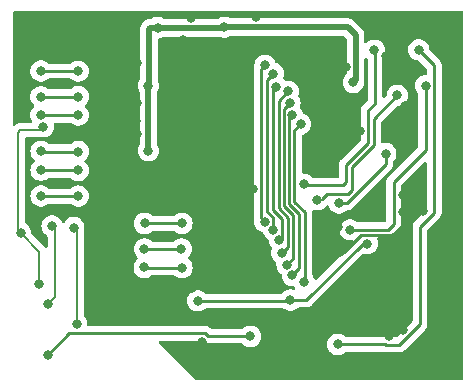
<source format=gbr>
%TF.GenerationSoftware,KiCad,Pcbnew,7.0.8*%
%TF.CreationDate,2024-06-23T14:42:54-04:00*%
%TF.ProjectId,rugby64,72756762-7936-4342-9e6b-696361645f70,rev?*%
%TF.SameCoordinates,Original*%
%TF.FileFunction,Copper,L2,Bot*%
%TF.FilePolarity,Positive*%
%FSLAX46Y46*%
G04 Gerber Fmt 4.6, Leading zero omitted, Abs format (unit mm)*
G04 Created by KiCad (PCBNEW 7.0.8) date 2024-06-23 14:42:54*
%MOMM*%
%LPD*%
G01*
G04 APERTURE LIST*
%TA.AperFunction,ViaPad*%
%ADD10C,0.800000*%
%TD*%
%TA.AperFunction,Conductor*%
%ADD11C,0.500000*%
%TD*%
%TA.AperFunction,Conductor*%
%ADD12C,0.250000*%
%TD*%
%TA.AperFunction,Conductor*%
%ADD13C,0.200000*%
%TD*%
G04 APERTURE END LIST*
D10*
%TO.N,+3V3*%
X26390600Y-24917400D03*
X44114050Y-43214095D03*
X42944910Y-29555045D03*
X32022299Y-24883696D03*
X37611901Y-47986099D03*
X25589999Y-29836696D03*
X25589999Y-35348496D03*
X29761699Y-48048496D03*
%TO.N,DRESET*%
X42680350Y-42039095D03*
X49065699Y-29836696D03*
%TO.N,RED*%
X16326450Y-46643095D03*
X16689749Y-33298251D03*
X14777050Y-42299695D03*
%TO.N,GREEN*%
X17444050Y-41715495D03*
X17063050Y-48344895D03*
%TO.N,BLUE*%
X19526850Y-49970495D03*
X19272850Y-41842495D03*
%TO.N,Net-(RN1-R4.2)*%
X28391450Y-43671295D03*
X25256999Y-43671295D03*
%TO.N,Net-(RN1-R2.2)*%
X28442250Y-45246095D03*
X25241850Y-45220695D03*
%TO.N,Net-(RN2-R2.2)*%
X25267999Y-41495797D03*
X28431999Y-41492282D03*
%TO.N,Net-(RN3-R4.2)*%
X16490599Y-30767472D03*
X19651199Y-30764096D03*
%TO.N,Net-(RN3-R2.2)*%
X19651199Y-32331581D03*
X16489099Y-32319096D03*
%TO.N,Net-(RN10-R1.2)*%
X19651199Y-28608778D03*
X16490599Y-28585696D03*
%TO.N,Net-(RN11-R3.2)*%
X16501599Y-39171083D03*
X19654599Y-39186044D03*
%TO.N,Net-(RN12-R1.2)*%
X19654599Y-37005696D03*
X16504999Y-36993646D03*
%TO.N,LATCHING_G*%
X38785800Y-38176200D03*
X44729400Y-26847800D03*
%TO.N,LATCHING_B*%
X46664099Y-30653501D03*
X39912499Y-39491994D03*
%TO.N,{slash}CLK*%
X41732200Y-39774285D03*
X45694600Y-35585400D03*
%TO.N,LATCHING_SYNC*%
X41630600Y-51739800D03*
X48488600Y-26797000D03*
%TO.N,SDAC_D0*%
X35468076Y-28102638D03*
X35462299Y-41349296D03*
%TO.N,SDAC_D1*%
X36177211Y-28807005D03*
X36171434Y-42053663D03*
%TO.N,SDAC_D2*%
X36677681Y-42915475D03*
X36439102Y-29956739D03*
%TO.N,SDAC_D3*%
X37420732Y-30317494D03*
X36883599Y-43992943D03*
%TO.N,SDAC_D4*%
X37333599Y-44988201D03*
X37586528Y-31303150D03*
%TO.N,SDAC_D5*%
X37783599Y-45901183D03*
X37789376Y-32316848D03*
%TO.N,SDAC_D6*%
X38798378Y-46473628D03*
X38489359Y-33093604D03*
%TO.N,{slash}CSYNC*%
X34233450Y-51062695D03*
X17088450Y-52612095D03*
%TO.N,GND*%
X47111250Y-50478495D03*
X24657650Y-33892295D03*
X28543850Y-25967495D03*
X24657650Y-27923295D03*
X30601250Y-40191495D03*
X47339850Y-31530095D03*
X24632250Y-31326895D03*
X41853450Y-43924106D03*
X47136650Y-40521695D03*
X19804249Y-33919696D03*
X43111103Y-46757748D03*
X21914450Y-40648695D03*
X48875150Y-40462200D03*
X29255050Y-46922495D03*
X45993650Y-51045497D03*
X30652050Y-44769998D03*
X31820450Y-26323095D03*
X28874050Y-33841495D03*
X42132850Y-46236695D03*
X43496900Y-33705800D03*
X28874050Y-31352295D03*
X20593650Y-26297695D03*
X45847000Y-29591000D03*
X28797850Y-28355095D03*
X38272050Y-26881895D03*
X47162050Y-39048495D03*
X51276850Y-31530095D03*
X20593650Y-41740895D03*
X34665250Y-24011695D03*
X42291000Y-28270200D03*
X21609650Y-27059695D03*
X24556050Y-32825495D03*
X36595650Y-49691095D03*
X41677778Y-41806449D03*
X31216600Y-49047400D03*
X29204250Y-24084996D03*
X34423350Y-38565895D03*
X44926850Y-50478495D03*
X23901400Y-49250600D03*
X45677611Y-27333262D03*
X42101900Y-31521400D03*
X30093250Y-51519895D03*
X24581450Y-36813295D03*
X28899450Y-36813295D03*
%TO.N,Net-(RN12-R3.2)*%
X16504999Y-35378555D03*
X19654599Y-35421006D03*
%TD*%
D11*
%TO.N,+3V3*%
X25748499Y-24934496D02*
X26373504Y-24934496D01*
X25672299Y-25010696D02*
X25672299Y-29754396D01*
D12*
X37611901Y-47986099D02*
X38961046Y-47986099D01*
D11*
X26407696Y-24934496D02*
X31971499Y-24934496D01*
X25672299Y-29754396D02*
X25589999Y-29836696D01*
D12*
X37611901Y-47986099D02*
X37524104Y-48073896D01*
D11*
X25596099Y-35342396D02*
X25589999Y-35348496D01*
X26373504Y-24934496D02*
X26390600Y-24917400D01*
X25589999Y-29836696D02*
X25596099Y-29842796D01*
D12*
X43733050Y-43214095D02*
X44114050Y-43214095D01*
X38961046Y-47986099D02*
X43733050Y-43214095D01*
D11*
X43141000Y-29358955D02*
X43141000Y-25564200D01*
X26390600Y-24917400D02*
X26407696Y-24934496D01*
D12*
X37524104Y-48073896D02*
X29787099Y-48073896D01*
D11*
X25596099Y-29842796D02*
X25596099Y-35342396D01*
X25748499Y-24934496D02*
X25672299Y-25010696D01*
X31971499Y-24934496D02*
X32022299Y-24883696D01*
X42460496Y-24883696D02*
X32022299Y-24883696D01*
X43141000Y-25564200D02*
X42460496Y-24883696D01*
D12*
X29787099Y-48073896D02*
X29761699Y-48048496D01*
D11*
X42944910Y-29555045D02*
X43141000Y-29358955D01*
D12*
%TO.N,DRESET*%
X46355000Y-38001345D02*
X49065699Y-35290646D01*
X49065699Y-35290646D02*
X49065699Y-29836696D01*
X45895705Y-42039095D02*
X46355000Y-41579800D01*
X46355000Y-41579800D02*
X46355000Y-38001345D01*
X42680350Y-42039095D02*
X45895705Y-42039095D01*
D13*
%TO.N,RED*%
X14523050Y-42045695D02*
X14523050Y-33841495D01*
X16351850Y-43874495D02*
X16351850Y-46236695D01*
X14777050Y-42299695D02*
X16351850Y-43874495D01*
X16326450Y-46262095D02*
X16351850Y-46236695D01*
X16351850Y-46236695D02*
X16351850Y-46617695D01*
X14751650Y-33612895D02*
X16375105Y-33612895D01*
X16326450Y-46643095D02*
X16326450Y-46262095D01*
X16351850Y-46617695D02*
X16326450Y-46643095D01*
X16375105Y-33612895D02*
X16689749Y-33298251D01*
X14523050Y-33841495D02*
X14751650Y-33612895D01*
X14777050Y-42299695D02*
X14523050Y-42045695D01*
%TO.N,GREEN*%
X17063050Y-48344895D02*
X17672650Y-47735295D01*
X17672650Y-41944095D02*
X17672650Y-47735295D01*
X17444050Y-41715495D02*
X17672650Y-41944095D01*
%TO.N,BLUE*%
X19526850Y-42096495D02*
X19526850Y-49970495D01*
X19272850Y-41842495D02*
X19526850Y-42096495D01*
D12*
%TO.N,Net-(RN1-R4.2)*%
X25267250Y-43645895D02*
X25256999Y-43656146D01*
X25256999Y-43656146D02*
X25256999Y-43671295D01*
X25292650Y-43671295D02*
X25267250Y-43645895D01*
X28391450Y-43671295D02*
X25292650Y-43671295D01*
%TO.N,Net-(RN1-R2.2)*%
X25267250Y-45246095D02*
X28442250Y-45246095D01*
X25241850Y-45220695D02*
X25267250Y-45246095D01*
%TO.N,Net-(RN2-R2.2)*%
X28491699Y-41501496D02*
X28441213Y-41501496D01*
X25267999Y-41495797D02*
X28486000Y-41495797D01*
X28486000Y-41495797D02*
X28491699Y-41501496D01*
X28441213Y-41501496D02*
X28431999Y-41492282D01*
%TO.N,Net-(RN3-R4.2)*%
X16555323Y-30767472D02*
X16558699Y-30764096D01*
X16490599Y-30767472D02*
X16555323Y-30767472D01*
X16558699Y-30764096D02*
X19651199Y-30764096D01*
%TO.N,Net-(RN3-R2.2)*%
X16501584Y-32331581D02*
X16489099Y-32319096D01*
X19651199Y-32331581D02*
X16501584Y-32331581D01*
%TO.N,Net-(RN10-R1.2)*%
X19686581Y-28608778D02*
X19651199Y-28608778D01*
X19663499Y-28585696D02*
X19686581Y-28608778D01*
X16490599Y-28585696D02*
X19663499Y-28585696D01*
%TO.N,Net-(RN11-R3.2)*%
X16590099Y-39190096D02*
X16520612Y-39190096D01*
X19654599Y-39186044D02*
X16594151Y-39186044D01*
X16520612Y-39190096D02*
X16501599Y-39171083D01*
X16594151Y-39186044D02*
X16590099Y-39190096D01*
%TO.N,Net-(RN12-R1.2)*%
X16564699Y-37031096D02*
X16527249Y-36993646D01*
X16527249Y-36993646D02*
X16504999Y-36993646D01*
X19654599Y-37005696D02*
X16590099Y-37005696D01*
X16590099Y-37005696D02*
X16564699Y-37031096D01*
%TO.N,LATCHING_G*%
X42355600Y-38010000D02*
X42087800Y-38277800D01*
X38836600Y-38277800D02*
X42087800Y-38277800D01*
X42355600Y-36536800D02*
X44221400Y-34671000D01*
X38785800Y-38227000D02*
X38785800Y-38176200D01*
X44221400Y-34671000D02*
X44221400Y-31910157D01*
X38836600Y-38277800D02*
X38785800Y-38227000D01*
X38735000Y-38176200D02*
X38785800Y-38227000D01*
X42355600Y-38010000D02*
X42355600Y-36536800D01*
X38785800Y-38176200D02*
X38735000Y-38176200D01*
X44780200Y-31351357D02*
X44780200Y-26898600D01*
X44221400Y-31910157D02*
X44780200Y-31351357D01*
X44780200Y-26898600D02*
X44729400Y-26847800D01*
%TO.N,LATCHING_B*%
X42805600Y-38701604D02*
X42467404Y-39039800D01*
X42805600Y-36723196D02*
X42805600Y-38701604D01*
X44671400Y-34857396D02*
X42805600Y-36723196D01*
X40716200Y-39039800D02*
X40309800Y-39446200D01*
X44671400Y-32646200D02*
X44671400Y-34857396D01*
X46664099Y-30653501D02*
X44671400Y-32646200D01*
X42467404Y-39039800D02*
X40716200Y-39039800D01*
%TO.N,{slash}CLK*%
X42369315Y-39774285D02*
X45694600Y-36449000D01*
X45694600Y-36449000D02*
X45694600Y-35585400D01*
X41732200Y-39774285D02*
X42369315Y-39774285D01*
%TO.N,LATCHING_SYNC*%
X45693345Y-51770497D02*
X46844553Y-51770497D01*
X49790699Y-28099099D02*
X48488600Y-26797000D01*
X49790699Y-40571956D02*
X49790699Y-28099099D01*
X48590200Y-50024850D02*
X48590200Y-41772455D01*
X45662648Y-51739800D02*
X45693345Y-51770497D01*
X48590200Y-41772455D02*
X49790699Y-40571956D01*
X41630600Y-51739800D02*
X45662648Y-51739800D01*
X46844553Y-51770497D02*
X48590200Y-50024850D01*
%TO.N,SDAC_D0*%
X35147850Y-41034847D02*
X35462299Y-41349296D01*
X35147850Y-28422864D02*
X35147850Y-41034847D01*
X35468076Y-28102638D02*
X35147850Y-28422864D01*
%TO.N,SDAC_D1*%
X36187299Y-42037798D02*
X36171434Y-42053663D01*
X36187299Y-41048991D02*
X36187299Y-42037798D01*
X35597850Y-40459542D02*
X36187299Y-41048991D01*
X35597850Y-29386366D02*
X35597850Y-40459542D01*
X36177211Y-28807005D02*
X35597850Y-29386366D01*
%TO.N,SDAC_D2*%
X36113050Y-40338346D02*
X36896434Y-41121730D01*
X36896434Y-42696722D02*
X36677681Y-42915475D01*
X36896434Y-41121730D02*
X36896434Y-42696722D01*
X36113050Y-30282791D02*
X36113050Y-40338346D01*
X36439102Y-29956739D02*
X36113050Y-30282791D01*
%TO.N,SDAC_D3*%
X37420732Y-30317494D02*
X36614376Y-31123850D01*
X36614376Y-31123850D02*
X36614376Y-40203276D01*
X37418099Y-41006999D02*
X37418099Y-43458443D01*
X36614376Y-40203276D02*
X37418099Y-41006999D01*
X37418099Y-43458443D02*
X36883599Y-43992943D01*
%TO.N,SDAC_D4*%
X37064376Y-31825302D02*
X37064376Y-40016880D01*
X37868099Y-44453701D02*
X37333599Y-44988201D01*
X37586528Y-31303150D02*
X37064376Y-31825302D01*
X37868099Y-40820603D02*
X37868099Y-44453701D01*
X37064376Y-40016880D02*
X37868099Y-40820603D01*
%TO.N,SDAC_D5*%
X38383299Y-45301483D02*
X38383299Y-40699407D01*
X37783599Y-45901183D02*
X38383299Y-45301483D01*
X37514376Y-39830484D02*
X37514376Y-32591848D01*
X38383299Y-40699407D02*
X37514376Y-39830484D01*
X37514376Y-32591848D02*
X37789376Y-32316848D01*
%TO.N,SDAC_D6*%
X37964376Y-33618587D02*
X38489359Y-33093604D01*
X38798378Y-46473628D02*
X38833299Y-46438707D01*
X38833299Y-40513011D02*
X37964376Y-39644088D01*
X37964376Y-39644088D02*
X37964376Y-33618587D01*
X38833299Y-46438707D02*
X38833299Y-40513011D01*
%TO.N,{slash}CSYNC*%
X34199355Y-51028600D02*
X30627260Y-51028600D01*
X30627260Y-51028600D02*
X30393555Y-50794895D01*
X34233450Y-51062695D02*
X34199355Y-51028600D01*
X30393555Y-50794895D02*
X18905650Y-50794895D01*
X18905650Y-50794895D02*
X17088450Y-52612095D01*
%TO.N,GND*%
X42184839Y-43924106D02*
X43619850Y-42489095D01*
X47136650Y-41588495D02*
X47136650Y-40521695D01*
X41853450Y-43924106D02*
X42184839Y-43924106D01*
X46236050Y-42489095D02*
X47136650Y-41588495D01*
X43619850Y-42489095D02*
X46236050Y-42489095D01*
%TO.N,Net-(RN12-R3.2)*%
X16588558Y-35378555D02*
X16504999Y-35378555D01*
X16631009Y-35421006D02*
X16588558Y-35378555D01*
X19654599Y-35421006D02*
X16631009Y-35421006D01*
%TD*%
%TA.AperFunction,Conductor*%
%TO.N,GND*%
G36*
X52209989Y-23523880D02*
G01*
X52255744Y-23576684D01*
X52266950Y-23628195D01*
X52266950Y-54647095D01*
X52247265Y-54714134D01*
X52194461Y-54759889D01*
X52142950Y-54771095D01*
X29677164Y-54771095D01*
X29610125Y-54751410D01*
X29589483Y-54734776D01*
X26486784Y-51632076D01*
X26453299Y-51570753D01*
X26458283Y-51501061D01*
X26500155Y-51445128D01*
X26565619Y-51420711D01*
X26574465Y-51420395D01*
X30081642Y-51420395D01*
X30148681Y-51440080D01*
X30166525Y-51454002D01*
X30191910Y-51477840D01*
X30212789Y-51498719D01*
X30218264Y-51502966D01*
X30222706Y-51506760D01*
X30256675Y-51538660D01*
X30256677Y-51538661D01*
X30256678Y-51538662D01*
X30274236Y-51548314D01*
X30290497Y-51558996D01*
X30306324Y-51571273D01*
X30349083Y-51589776D01*
X30354333Y-51592348D01*
X30395164Y-51614795D01*
X30395168Y-51614797D01*
X30395172Y-51614798D01*
X30414571Y-51619779D01*
X30432982Y-51626083D01*
X30451357Y-51634035D01*
X30451360Y-51634035D01*
X30451365Y-51634038D01*
X30497409Y-51641329D01*
X30503092Y-51642506D01*
X30548241Y-51654100D01*
X30568276Y-51654100D01*
X30587673Y-51655626D01*
X30607456Y-51658760D01*
X30653844Y-51654375D01*
X30659682Y-51654100D01*
X33499003Y-51654100D01*
X33566042Y-51673785D01*
X33591153Y-51695128D01*
X33627579Y-51735583D01*
X33627585Y-51735588D01*
X33780715Y-51846843D01*
X33780720Y-51846846D01*
X33953642Y-51923837D01*
X33953647Y-51923839D01*
X34138804Y-51963195D01*
X34138805Y-51963195D01*
X34328094Y-51963195D01*
X34328096Y-51963195D01*
X34513253Y-51923839D01*
X34686180Y-51846846D01*
X34839321Y-51735583D01*
X34965983Y-51594911D01*
X35060629Y-51430979D01*
X35119124Y-51250951D01*
X35138910Y-51062695D01*
X35119124Y-50874439D01*
X35060629Y-50694411D01*
X34965983Y-50530479D01*
X34839321Y-50389807D01*
X34839320Y-50389806D01*
X34686184Y-50278546D01*
X34686179Y-50278543D01*
X34513257Y-50201552D01*
X34513252Y-50201550D01*
X34367451Y-50170560D01*
X34328096Y-50162195D01*
X34138804Y-50162195D01*
X34106347Y-50169093D01*
X33953647Y-50201550D01*
X33953642Y-50201552D01*
X33780720Y-50278543D01*
X33780715Y-50278546D01*
X33641878Y-50379418D01*
X33576072Y-50402898D01*
X33568993Y-50403100D01*
X30939172Y-50403100D01*
X30872133Y-50383415D01*
X30854290Y-50369493D01*
X30828918Y-50345667D01*
X30818550Y-50335299D01*
X30808031Y-50324779D01*
X30802541Y-50320520D01*
X30798116Y-50316742D01*
X30764137Y-50284833D01*
X30764135Y-50284831D01*
X30764132Y-50284830D01*
X30746584Y-50275183D01*
X30730318Y-50264499D01*
X30714491Y-50252222D01*
X30714490Y-50252221D01*
X30714488Y-50252220D01*
X30671723Y-50233713D01*
X30666477Y-50231143D01*
X30625648Y-50208698D01*
X30625647Y-50208697D01*
X30606248Y-50203717D01*
X30587836Y-50197413D01*
X30569453Y-50189457D01*
X30569447Y-50189455D01*
X30523429Y-50182167D01*
X30517707Y-50180982D01*
X30472576Y-50169395D01*
X30472574Y-50169395D01*
X30452539Y-50169395D01*
X30433141Y-50167868D01*
X30425717Y-50166692D01*
X30413360Y-50164735D01*
X30413359Y-50164735D01*
X30366971Y-50169120D01*
X30361133Y-50169395D01*
X20549121Y-50169395D01*
X20482082Y-50149710D01*
X20436327Y-50096906D01*
X20425800Y-50032434D01*
X20429391Y-49998265D01*
X20432310Y-49970495D01*
X20412524Y-49782239D01*
X20354029Y-49602211D01*
X20259383Y-49438279D01*
X20204478Y-49377301D01*
X20159200Y-49327014D01*
X20128970Y-49264022D01*
X20127350Y-49244042D01*
X20127350Y-45220695D01*
X24336390Y-45220695D01*
X24356176Y-45408951D01*
X24356177Y-45408954D01*
X24414668Y-45588972D01*
X24414671Y-45588979D01*
X24509317Y-45752911D01*
X24606932Y-45861323D01*
X24635979Y-45893583D01*
X24789115Y-46004843D01*
X24789120Y-46004846D01*
X24962042Y-46081837D01*
X24962047Y-46081839D01*
X25147204Y-46121195D01*
X25147205Y-46121195D01*
X25336494Y-46121195D01*
X25336496Y-46121195D01*
X25521653Y-46081839D01*
X25694580Y-46004846D01*
X25773029Y-45947850D01*
X25845390Y-45895277D01*
X25911196Y-45871797D01*
X25918275Y-45871595D01*
X27738502Y-45871595D01*
X27805541Y-45891280D01*
X27830650Y-45912621D01*
X27836376Y-45918980D01*
X27836380Y-45918984D01*
X27989515Y-46030243D01*
X27989520Y-46030246D01*
X28162442Y-46107237D01*
X28162447Y-46107239D01*
X28347604Y-46146595D01*
X28347605Y-46146595D01*
X28536894Y-46146595D01*
X28536896Y-46146595D01*
X28722053Y-46107239D01*
X28894980Y-46030246D01*
X29048121Y-45918983D01*
X29174783Y-45778311D01*
X29269429Y-45614379D01*
X29327924Y-45434351D01*
X29347710Y-45246095D01*
X29327924Y-45057839D01*
X29269429Y-44877811D01*
X29174783Y-44713879D01*
X29048121Y-44573207D01*
X29048120Y-44573206D01*
X29048118Y-44573204D01*
X29003119Y-44540510D01*
X28960453Y-44485180D01*
X28954475Y-44415567D01*
X28987081Y-44353772D01*
X28993038Y-44348038D01*
X28997312Y-44344188D01*
X28997321Y-44344183D01*
X29123983Y-44203511D01*
X29218629Y-44039579D01*
X29277124Y-43859551D01*
X29296910Y-43671295D01*
X29277124Y-43483039D01*
X29218629Y-43303011D01*
X29123983Y-43139079D01*
X28997321Y-42998407D01*
X28997320Y-42998406D01*
X28844184Y-42887146D01*
X28844179Y-42887143D01*
X28671257Y-42810152D01*
X28671252Y-42810150D01*
X28525451Y-42779160D01*
X28486096Y-42770795D01*
X28296804Y-42770795D01*
X28264347Y-42777693D01*
X28111647Y-42810150D01*
X28111642Y-42810152D01*
X27938720Y-42887143D01*
X27938715Y-42887146D01*
X27785580Y-42998405D01*
X27785576Y-42998409D01*
X27779850Y-43004769D01*
X27720363Y-43041416D01*
X27687702Y-43045795D01*
X25960747Y-43045795D01*
X25893708Y-43026110D01*
X25868599Y-43004769D01*
X25862872Y-42998409D01*
X25862868Y-42998405D01*
X25709733Y-42887146D01*
X25709728Y-42887143D01*
X25536806Y-42810152D01*
X25536801Y-42810150D01*
X25391000Y-42779160D01*
X25351645Y-42770795D01*
X25162353Y-42770795D01*
X25129896Y-42777693D01*
X24977196Y-42810150D01*
X24977191Y-42810152D01*
X24804269Y-42887143D01*
X24804264Y-42887146D01*
X24651128Y-42998406D01*
X24524465Y-43139080D01*
X24429820Y-43303010D01*
X24429817Y-43303017D01*
X24382811Y-43447689D01*
X24371325Y-43483039D01*
X24351539Y-43671295D01*
X24371325Y-43859551D01*
X24371326Y-43859554D01*
X24429817Y-44039572D01*
X24429820Y-44039579D01*
X24524466Y-44203511D01*
X24626184Y-44316480D01*
X24651127Y-44344182D01*
X24655723Y-44348320D01*
X24692372Y-44407806D01*
X24691043Y-44477663D01*
X24652158Y-44535712D01*
X24645641Y-44540786D01*
X24635982Y-44547803D01*
X24635973Y-44547811D01*
X24509316Y-44688480D01*
X24414671Y-44852410D01*
X24414668Y-44852417D01*
X24356177Y-45032435D01*
X24356176Y-45032439D01*
X24336390Y-45220695D01*
X20127350Y-45220695D01*
X20127350Y-42146329D01*
X20133420Y-42108008D01*
X20141296Y-42083772D01*
X20158524Y-42030751D01*
X20178310Y-41842495D01*
X20158524Y-41654239D01*
X20107043Y-41495797D01*
X24362539Y-41495797D01*
X24382325Y-41684053D01*
X24382326Y-41684056D01*
X24440817Y-41864074D01*
X24440820Y-41864081D01*
X24535466Y-42028013D01*
X24632569Y-42135856D01*
X24662128Y-42168685D01*
X24815264Y-42279945D01*
X24815269Y-42279948D01*
X24988191Y-42356939D01*
X24988196Y-42356941D01*
X25173353Y-42396297D01*
X25173354Y-42396297D01*
X25362643Y-42396297D01*
X25362645Y-42396297D01*
X25547802Y-42356941D01*
X25720729Y-42279948D01*
X25873870Y-42168685D01*
X25877035Y-42165170D01*
X25879599Y-42162323D01*
X25939086Y-42125676D01*
X25971747Y-42121297D01*
X27731416Y-42121297D01*
X27798455Y-42140982D01*
X27823564Y-42162322D01*
X27826130Y-42165172D01*
X27826134Y-42165175D01*
X27979264Y-42276430D01*
X27979269Y-42276433D01*
X28152191Y-42353424D01*
X28152196Y-42353426D01*
X28337353Y-42392782D01*
X28337354Y-42392782D01*
X28526643Y-42392782D01*
X28526645Y-42392782D01*
X28711802Y-42353426D01*
X28884729Y-42276433D01*
X29037870Y-42165170D01*
X29164532Y-42024498D01*
X29259178Y-41860566D01*
X29317673Y-41680538D01*
X29337459Y-41492282D01*
X29317673Y-41304026D01*
X29259178Y-41123998D01*
X29164532Y-40960066D01*
X29037870Y-40819394D01*
X29037869Y-40819393D01*
X28884733Y-40708133D01*
X28884728Y-40708130D01*
X28711806Y-40631139D01*
X28711801Y-40631137D01*
X28545327Y-40595753D01*
X28526645Y-40591782D01*
X28337353Y-40591782D01*
X28318671Y-40595753D01*
X28152196Y-40631137D01*
X28152191Y-40631139D01*
X27979269Y-40708130D01*
X27979264Y-40708133D01*
X27826129Y-40819392D01*
X27822965Y-40822907D01*
X27817237Y-40829267D01*
X27757753Y-40865917D01*
X27725087Y-40870297D01*
X25971747Y-40870297D01*
X25904708Y-40850612D01*
X25879599Y-40829271D01*
X25873872Y-40822911D01*
X25873868Y-40822907D01*
X25720733Y-40711648D01*
X25720728Y-40711645D01*
X25547806Y-40634654D01*
X25547801Y-40634652D01*
X25402000Y-40603662D01*
X25362645Y-40595297D01*
X25173353Y-40595297D01*
X25140896Y-40602195D01*
X24988196Y-40634652D01*
X24988191Y-40634654D01*
X24815269Y-40711645D01*
X24815264Y-40711648D01*
X24662128Y-40822908D01*
X24535465Y-40963582D01*
X24440820Y-41127512D01*
X24440817Y-41127519D01*
X24383468Y-41304022D01*
X24382325Y-41307541D01*
X24362539Y-41495797D01*
X20107043Y-41495797D01*
X20100029Y-41474211D01*
X20005383Y-41310279D01*
X19878721Y-41169607D01*
X19868361Y-41162080D01*
X19725584Y-41058346D01*
X19725579Y-41058343D01*
X19552657Y-40981352D01*
X19552652Y-40981350D01*
X19406851Y-40950360D01*
X19367496Y-40941995D01*
X19178204Y-40941995D01*
X19145747Y-40948893D01*
X18993047Y-40981350D01*
X18993042Y-40981352D01*
X18820120Y-41058343D01*
X18820115Y-41058346D01*
X18666979Y-41169606D01*
X18540315Y-41310280D01*
X18499707Y-41380617D01*
X18449140Y-41428833D01*
X18380533Y-41442056D01*
X18315668Y-41416088D01*
X18275140Y-41359173D01*
X18274389Y-41356936D01*
X18271230Y-41347214D01*
X18271229Y-41347213D01*
X18271229Y-41347211D01*
X18176583Y-41183279D01*
X18049921Y-41042607D01*
X18049920Y-41042606D01*
X17896784Y-40931346D01*
X17896779Y-40931343D01*
X17723857Y-40854352D01*
X17723852Y-40854350D01*
X17575919Y-40822907D01*
X17538696Y-40814995D01*
X17349404Y-40814995D01*
X17316947Y-40821893D01*
X17164247Y-40854350D01*
X17164242Y-40854352D01*
X16991320Y-40931343D01*
X16991315Y-40931346D01*
X16838179Y-41042606D01*
X16711516Y-41183280D01*
X16616871Y-41347210D01*
X16616868Y-41347217D01*
X16568592Y-41495797D01*
X16558376Y-41527239D01*
X16538590Y-41715495D01*
X16558376Y-41903751D01*
X16558377Y-41903754D01*
X16616868Y-42083772D01*
X16616871Y-42083779D01*
X16711517Y-42247711D01*
X16825864Y-42374706D01*
X16838179Y-42388383D01*
X16991315Y-42499643D01*
X16991320Y-42499646D01*
X16998586Y-42502881D01*
X17051823Y-42548131D01*
X17072144Y-42614980D01*
X17072150Y-42616160D01*
X17072150Y-43461486D01*
X17052465Y-43528525D01*
X16999661Y-43574280D01*
X16930503Y-43584224D01*
X16866947Y-43555199D01*
X16849774Y-43536973D01*
X16843292Y-43528525D01*
X16780132Y-43446213D01*
X16751855Y-43424515D01*
X16745754Y-43419164D01*
X15718829Y-42392239D01*
X15685344Y-42330916D01*
X15682510Y-42304558D01*
X15682510Y-42299697D01*
X15682510Y-42299695D01*
X15662724Y-42111439D01*
X15604229Y-41931411D01*
X15509583Y-41767479D01*
X15382921Y-41626807D01*
X15382920Y-41626806D01*
X15229781Y-41515544D01*
X15197113Y-41500999D01*
X15143876Y-41455748D01*
X15123556Y-41388898D01*
X15123550Y-41387720D01*
X15123550Y-39171083D01*
X15596139Y-39171083D01*
X15615925Y-39359339D01*
X15617891Y-39365392D01*
X15674417Y-39539360D01*
X15674420Y-39539367D01*
X15769066Y-39703299D01*
X15865219Y-39810087D01*
X15895728Y-39843971D01*
X16048864Y-39955231D01*
X16048869Y-39955234D01*
X16221791Y-40032225D01*
X16221796Y-40032227D01*
X16406953Y-40071583D01*
X16406954Y-40071583D01*
X16596243Y-40071583D01*
X16596245Y-40071583D01*
X16781402Y-40032227D01*
X16954329Y-39955234D01*
X17107470Y-39843971D01*
X17107473Y-39843966D01*
X17108113Y-39843392D01*
X17108567Y-39843174D01*
X17112728Y-39840151D01*
X17113280Y-39840912D01*
X17171105Y-39813164D01*
X17191083Y-39811544D01*
X18950851Y-39811544D01*
X19017890Y-39831229D01*
X19042999Y-39852570D01*
X19048725Y-39858929D01*
X19048729Y-39858933D01*
X19201864Y-39970192D01*
X19201869Y-39970195D01*
X19374791Y-40047186D01*
X19374796Y-40047188D01*
X19559953Y-40086544D01*
X19559954Y-40086544D01*
X19749243Y-40086544D01*
X19749245Y-40086544D01*
X19934402Y-40047188D01*
X20107329Y-39970195D01*
X20260470Y-39858932D01*
X20387132Y-39718260D01*
X20481778Y-39554328D01*
X20540273Y-39374300D01*
X20560059Y-39186044D01*
X20540273Y-38997788D01*
X20481778Y-38817760D01*
X20387132Y-38653828D01*
X20260470Y-38513156D01*
X20260469Y-38513155D01*
X20107333Y-38401895D01*
X20107328Y-38401892D01*
X19934406Y-38324901D01*
X19934401Y-38324899D01*
X19788600Y-38293909D01*
X19749245Y-38285544D01*
X19559953Y-38285544D01*
X19527496Y-38292442D01*
X19374796Y-38324899D01*
X19374791Y-38324901D01*
X19201869Y-38401892D01*
X19201864Y-38401895D01*
X19048729Y-38513154D01*
X19048725Y-38513158D01*
X19042999Y-38519518D01*
X18983512Y-38556165D01*
X18950851Y-38560544D01*
X17218817Y-38560544D01*
X17151778Y-38540859D01*
X17126668Y-38519516D01*
X17107470Y-38498195D01*
X17107469Y-38498194D01*
X17107468Y-38498193D01*
X16954333Y-38386934D01*
X16954328Y-38386931D01*
X16781406Y-38309940D01*
X16781401Y-38309938D01*
X16635600Y-38278948D01*
X16596245Y-38270583D01*
X16406953Y-38270583D01*
X16374496Y-38277481D01*
X16221796Y-38309938D01*
X16221791Y-38309940D01*
X16048869Y-38386931D01*
X16048864Y-38386934D01*
X15895728Y-38498194D01*
X15769065Y-38638868D01*
X15674420Y-38802798D01*
X15674417Y-38802805D01*
X15615926Y-38982823D01*
X15615925Y-38982827D01*
X15596139Y-39171083D01*
X15123550Y-39171083D01*
X15123550Y-36993646D01*
X15599539Y-36993646D01*
X15619325Y-37181902D01*
X15619326Y-37181905D01*
X15677817Y-37361923D01*
X15677820Y-37361930D01*
X15772466Y-37525862D01*
X15897361Y-37664571D01*
X15899128Y-37666534D01*
X16052264Y-37777794D01*
X16052269Y-37777797D01*
X16225191Y-37854788D01*
X16225196Y-37854790D01*
X16410353Y-37894146D01*
X16410354Y-37894146D01*
X16599643Y-37894146D01*
X16599645Y-37894146D01*
X16784802Y-37854790D01*
X16957729Y-37777797D01*
X17110870Y-37666534D01*
X17110880Y-37666522D01*
X17114744Y-37663045D01*
X17177736Y-37632816D01*
X17197716Y-37631196D01*
X18950851Y-37631196D01*
X19017890Y-37650881D01*
X19042999Y-37672222D01*
X19048725Y-37678581D01*
X19048729Y-37678585D01*
X19201864Y-37789844D01*
X19201869Y-37789847D01*
X19374791Y-37866838D01*
X19374796Y-37866840D01*
X19559953Y-37906196D01*
X19559954Y-37906196D01*
X19749243Y-37906196D01*
X19749245Y-37906196D01*
X19934402Y-37866840D01*
X20107329Y-37789847D01*
X20260470Y-37678584D01*
X20387132Y-37537912D01*
X20481778Y-37373980D01*
X20540273Y-37193952D01*
X20560059Y-37005696D01*
X20540273Y-36817440D01*
X20481778Y-36637412D01*
X20387132Y-36473480D01*
X20260470Y-36332808D01*
X20234127Y-36313668D01*
X20191461Y-36258340D01*
X20185482Y-36188727D01*
X20218087Y-36126932D01*
X20234127Y-36113033D01*
X20260470Y-36093894D01*
X20387132Y-35953222D01*
X20481778Y-35789290D01*
X20540273Y-35609262D01*
X20560059Y-35421006D01*
X20552438Y-35348496D01*
X24684539Y-35348496D01*
X24704325Y-35536752D01*
X24704326Y-35536755D01*
X24762817Y-35716773D01*
X24762820Y-35716780D01*
X24857466Y-35880712D01*
X24984128Y-36021384D01*
X25137264Y-36132644D01*
X25137269Y-36132647D01*
X25310191Y-36209638D01*
X25310196Y-36209640D01*
X25495353Y-36248996D01*
X25495354Y-36248996D01*
X25684643Y-36248996D01*
X25684645Y-36248996D01*
X25869802Y-36209640D01*
X26042729Y-36132647D01*
X26195870Y-36021384D01*
X26322532Y-35880712D01*
X26417178Y-35716780D01*
X26475673Y-35536752D01*
X26495459Y-35348496D01*
X26475673Y-35160240D01*
X26417178Y-34980212D01*
X26363210Y-34886737D01*
X26346599Y-34824739D01*
X26346599Y-30360451D01*
X26363212Y-30298451D01*
X26417178Y-30204980D01*
X26475673Y-30024952D01*
X26495459Y-29836696D01*
X26475673Y-29648440D01*
X26434402Y-29521422D01*
X26428868Y-29504389D01*
X26422799Y-29466071D01*
X26422799Y-25931586D01*
X26442484Y-25864547D01*
X26495288Y-25818792D01*
X26521016Y-25810296D01*
X26670403Y-25778544D01*
X26843330Y-25701551D01*
X26843330Y-25701550D01*
X26849266Y-25698908D01*
X26849696Y-25699874D01*
X26905230Y-25684996D01*
X31581729Y-25684996D01*
X31632165Y-25695717D01*
X31742491Y-25744838D01*
X31742496Y-25744840D01*
X31927653Y-25784196D01*
X31927654Y-25784196D01*
X32116943Y-25784196D01*
X32116945Y-25784196D01*
X32302102Y-25744840D01*
X32475029Y-25667847D01*
X32477075Y-25666360D01*
X32488751Y-25657878D01*
X32554557Y-25634398D01*
X32561636Y-25634196D01*
X42098266Y-25634196D01*
X42165305Y-25653881D01*
X42185947Y-25670515D01*
X42354181Y-25838749D01*
X42387666Y-25900072D01*
X42390500Y-25926430D01*
X42390500Y-28781587D01*
X42370815Y-28848626D01*
X42343564Y-28877482D01*
X42343863Y-28877814D01*
X42339774Y-28881494D01*
X42339391Y-28881901D01*
X42339040Y-28882155D01*
X42339033Y-28882161D01*
X42212376Y-29022830D01*
X42117731Y-29186760D01*
X42117728Y-29186767D01*
X42079481Y-29304481D01*
X42059236Y-29366789D01*
X42039450Y-29555045D01*
X42059236Y-29743301D01*
X42059237Y-29743304D01*
X42117728Y-29923322D01*
X42117731Y-29923329D01*
X42212377Y-30087261D01*
X42318366Y-30204973D01*
X42339039Y-30227933D01*
X42492175Y-30339193D01*
X42492180Y-30339196D01*
X42665102Y-30416187D01*
X42665107Y-30416189D01*
X42850264Y-30455545D01*
X42850265Y-30455545D01*
X43039554Y-30455545D01*
X43039556Y-30455545D01*
X43224713Y-30416189D01*
X43397640Y-30339196D01*
X43550781Y-30227933D01*
X43677443Y-30087261D01*
X43772089Y-29923329D01*
X43830584Y-29743301D01*
X43839543Y-29658055D01*
X43849387Y-29624472D01*
X43848569Y-29624175D01*
X43851036Y-29617394D01*
X43851040Y-29617388D01*
X43851041Y-29617381D01*
X43853510Y-29610599D01*
X43853568Y-29610620D01*
X43856043Y-29603501D01*
X43855985Y-29603482D01*
X43858256Y-29596627D01*
X43873784Y-29521422D01*
X43889207Y-29456349D01*
X43891500Y-29446676D01*
X43891500Y-29446675D01*
X43892339Y-29439503D01*
X43892397Y-29439509D01*
X43893164Y-29432011D01*
X43893104Y-29432006D01*
X43893733Y-29424815D01*
X43893505Y-29416994D01*
X43891500Y-29348057D01*
X43891500Y-27586024D01*
X43911185Y-27518985D01*
X43963989Y-27473230D01*
X44033147Y-27463286D01*
X44096703Y-27492311D01*
X44107644Y-27503047D01*
X44122849Y-27519933D01*
X44153079Y-27582923D01*
X44154700Y-27602905D01*
X44154700Y-31040903D01*
X44135015Y-31107942D01*
X44118381Y-31128584D01*
X43837608Y-31409356D01*
X43825351Y-31419177D01*
X43825534Y-31419398D01*
X43819523Y-31424370D01*
X43772172Y-31474793D01*
X43751289Y-31495676D01*
X43751277Y-31495689D01*
X43747021Y-31501174D01*
X43743237Y-31505604D01*
X43711337Y-31539575D01*
X43711336Y-31539577D01*
X43701684Y-31557133D01*
X43691010Y-31573383D01*
X43678729Y-31589218D01*
X43678724Y-31589225D01*
X43660215Y-31631995D01*
X43657645Y-31637241D01*
X43635203Y-31678063D01*
X43630222Y-31697464D01*
X43623921Y-31715867D01*
X43615962Y-31734259D01*
X43615961Y-31734262D01*
X43608671Y-31780284D01*
X43607487Y-31786003D01*
X43595901Y-31831129D01*
X43595900Y-31831139D01*
X43595900Y-31851173D01*
X43594373Y-31870572D01*
X43591240Y-31890351D01*
X43591240Y-31890352D01*
X43595625Y-31936740D01*
X43595900Y-31942578D01*
X43595900Y-34360546D01*
X43576215Y-34427585D01*
X43559581Y-34448227D01*
X41971808Y-36035999D01*
X41959551Y-36045820D01*
X41959734Y-36046041D01*
X41953723Y-36051013D01*
X41906372Y-36101436D01*
X41885489Y-36122319D01*
X41885477Y-36122332D01*
X41881221Y-36127817D01*
X41877437Y-36132247D01*
X41845537Y-36166218D01*
X41845536Y-36166220D01*
X41835884Y-36183776D01*
X41825210Y-36200026D01*
X41812929Y-36215861D01*
X41812924Y-36215868D01*
X41794415Y-36258638D01*
X41791845Y-36263884D01*
X41769403Y-36304706D01*
X41764422Y-36324107D01*
X41758121Y-36342510D01*
X41750162Y-36360902D01*
X41750161Y-36360905D01*
X41742871Y-36406927D01*
X41741687Y-36412646D01*
X41730101Y-36457772D01*
X41730100Y-36457782D01*
X41730100Y-36477816D01*
X41728573Y-36497215D01*
X41725440Y-36516994D01*
X41725440Y-36516995D01*
X41729825Y-36563383D01*
X41730100Y-36569221D01*
X41730100Y-37528300D01*
X41710415Y-37595339D01*
X41657611Y-37641094D01*
X41606100Y-37652300D01*
X39581029Y-37652300D01*
X39513990Y-37632615D01*
X39488879Y-37611272D01*
X39402697Y-37515558D01*
X39391671Y-37503312D01*
X39391670Y-37503311D01*
X39238534Y-37392051D01*
X39238529Y-37392048D01*
X39065607Y-37315057D01*
X39065602Y-37315055D01*
X38919801Y-37284065D01*
X38880446Y-37275700D01*
X38713876Y-37275700D01*
X38646837Y-37256015D01*
X38601082Y-37203211D01*
X38589876Y-37151700D01*
X38589876Y-34093269D01*
X38609561Y-34026230D01*
X38662365Y-33980475D01*
X38688096Y-33971979D01*
X38696904Y-33970106D01*
X38769162Y-33954748D01*
X38942089Y-33877755D01*
X39095230Y-33766492D01*
X39221892Y-33625820D01*
X39316538Y-33461888D01*
X39375033Y-33281860D01*
X39394819Y-33093604D01*
X39375033Y-32905348D01*
X39316538Y-32725320D01*
X39221892Y-32561388D01*
X39095230Y-32420716D01*
X39095229Y-32420715D01*
X38942093Y-32309455D01*
X38942088Y-32309452D01*
X38769166Y-32232461D01*
X38762985Y-32230453D01*
X38763625Y-32228480D01*
X38710707Y-32199911D01*
X38676930Y-32138748D01*
X38676009Y-32133105D01*
X38675050Y-32128593D01*
X38616557Y-31948569D01*
X38616554Y-31948563D01*
X38521911Y-31784635D01*
X38521910Y-31784634D01*
X38521909Y-31784632D01*
X38463273Y-31719510D01*
X38433045Y-31656522D01*
X38437493Y-31598224D01*
X38472202Y-31491406D01*
X38491988Y-31303150D01*
X38472202Y-31114894D01*
X38413707Y-30934866D01*
X38319061Y-30770934D01*
X38294349Y-30743489D01*
X38264119Y-30680498D01*
X38268567Y-30622204D01*
X38306406Y-30505750D01*
X38326192Y-30317494D01*
X38306406Y-30129238D01*
X38247911Y-29949210D01*
X38153265Y-29785278D01*
X38026603Y-29644606D01*
X37998891Y-29624472D01*
X37873466Y-29533345D01*
X37873461Y-29533342D01*
X37700539Y-29456351D01*
X37700534Y-29456349D01*
X37550799Y-29424523D01*
X37515378Y-29416994D01*
X37326086Y-29416994D01*
X37326085Y-29416994D01*
X37260780Y-29430874D01*
X37191113Y-29425557D01*
X37142851Y-29392555D01*
X37040625Y-29279021D01*
X37041839Y-29277927D01*
X37009481Y-29225406D01*
X37010810Y-29155549D01*
X37011170Y-29154423D01*
X37023034Y-29117910D01*
X37062885Y-28995261D01*
X37082671Y-28807005D01*
X37062885Y-28618749D01*
X37004390Y-28438721D01*
X36909744Y-28274789D01*
X36783082Y-28134117D01*
X36783081Y-28134116D01*
X36629945Y-28022856D01*
X36629940Y-28022853D01*
X36457018Y-27945862D01*
X36457013Y-27945860D01*
X36427103Y-27939503D01*
X36365621Y-27906311D01*
X36334953Y-27856531D01*
X36295257Y-27734359D01*
X36295254Y-27734353D01*
X36289596Y-27724553D01*
X36200609Y-27570422D01*
X36073947Y-27429750D01*
X36064695Y-27423028D01*
X35920810Y-27318489D01*
X35920805Y-27318486D01*
X35747883Y-27241495D01*
X35747878Y-27241493D01*
X35602077Y-27210503D01*
X35562722Y-27202138D01*
X35373430Y-27202138D01*
X35340973Y-27209036D01*
X35188273Y-27241493D01*
X35188268Y-27241495D01*
X35015346Y-27318486D01*
X35015341Y-27318489D01*
X34862205Y-27429749D01*
X34735542Y-27570423D01*
X34640897Y-27734353D01*
X34640894Y-27734360D01*
X34582403Y-27914378D01*
X34582402Y-27914382D01*
X34567124Y-28059749D01*
X34562616Y-28102640D01*
X34566576Y-28140328D01*
X34563360Y-28184123D01*
X34556673Y-28210168D01*
X34550371Y-28228574D01*
X34542412Y-28246966D01*
X34542411Y-28246969D01*
X34535121Y-28292991D01*
X34533937Y-28298710D01*
X34522351Y-28343836D01*
X34522350Y-28343846D01*
X34522350Y-28363880D01*
X34520823Y-28383279D01*
X34517690Y-28403058D01*
X34517690Y-28403059D01*
X34522075Y-28449447D01*
X34522350Y-28455285D01*
X34522350Y-40952102D01*
X34520625Y-40967719D01*
X34520911Y-40967746D01*
X34520176Y-40975512D01*
X34522350Y-41044661D01*
X34522350Y-41074190D01*
X34522351Y-41074207D01*
X34523218Y-41081078D01*
X34523676Y-41086897D01*
X34525140Y-41133471D01*
X34525141Y-41133474D01*
X34530730Y-41152714D01*
X34534674Y-41171758D01*
X34535457Y-41177950D01*
X34537185Y-41191637D01*
X34554338Y-41234964D01*
X34556229Y-41240484D01*
X34558283Y-41247551D01*
X34562532Y-41295121D01*
X34557058Y-41347210D01*
X34556839Y-41349296D01*
X34576625Y-41537552D01*
X34576626Y-41537555D01*
X34635117Y-41717573D01*
X34635120Y-41717580D01*
X34729766Y-41881512D01*
X34832155Y-41995226D01*
X34856428Y-42022184D01*
X35009564Y-42133444D01*
X35009569Y-42133447D01*
X35182490Y-42210438D01*
X35182492Y-42210438D01*
X35182496Y-42210440D01*
X35212406Y-42216797D01*
X35273887Y-42249988D01*
X35304556Y-42299768D01*
X35344253Y-42421943D01*
X35344255Y-42421947D01*
X35438901Y-42585879D01*
X35525340Y-42681879D01*
X35565563Y-42726551D01*
X35723143Y-42841040D01*
X35765809Y-42896370D01*
X35773579Y-42928396D01*
X35792007Y-43103731D01*
X35792008Y-43103734D01*
X35850499Y-43283752D01*
X35850502Y-43283759D01*
X35945148Y-43447691D01*
X36021263Y-43532225D01*
X36051493Y-43595216D01*
X36047044Y-43653515D01*
X36016893Y-43746311D01*
X35997925Y-43804687D01*
X35978139Y-43992943D01*
X35997925Y-44181199D01*
X35997926Y-44181202D01*
X36056417Y-44361220D01*
X36056420Y-44361227D01*
X36151066Y-44525159D01*
X36277728Y-44665831D01*
X36308900Y-44688479D01*
X36391027Y-44748147D01*
X36433693Y-44803476D01*
X36441463Y-44861426D01*
X36428139Y-44988200D01*
X36428139Y-44988201D01*
X36447925Y-45176457D01*
X36447926Y-45176460D01*
X36506417Y-45356478D01*
X36506420Y-45356485D01*
X36601066Y-45520417D01*
X36662800Y-45588979D01*
X36727728Y-45661089D01*
X36832993Y-45737568D01*
X36875659Y-45792897D01*
X36883429Y-45850846D01*
X36881227Y-45871797D01*
X36878139Y-45901183D01*
X36897925Y-46089439D01*
X36897926Y-46089442D01*
X36956417Y-46269460D01*
X36956420Y-46269467D01*
X37051066Y-46433399D01*
X37070371Y-46454839D01*
X37177728Y-46574071D01*
X37330864Y-46685331D01*
X37330869Y-46685334D01*
X37503791Y-46762325D01*
X37503796Y-46762327D01*
X37688953Y-46801683D01*
X37688954Y-46801683D01*
X37876382Y-46801683D01*
X37943421Y-46821368D01*
X37983767Y-46863681D01*
X38029340Y-46942615D01*
X38045812Y-47010515D01*
X38022959Y-47076542D01*
X37968037Y-47119732D01*
X37898484Y-47126373D01*
X37896172Y-47125904D01*
X37706547Y-47085599D01*
X37517255Y-47085599D01*
X37484798Y-47092497D01*
X37332098Y-47124954D01*
X37332093Y-47124956D01*
X37159171Y-47201947D01*
X37159166Y-47201950D01*
X37006031Y-47313209D01*
X37006024Y-47313215D01*
X36921250Y-47407368D01*
X36861764Y-47444017D01*
X36829100Y-47448396D01*
X30488317Y-47448396D01*
X30421278Y-47428711D01*
X30396167Y-47407368D01*
X30367569Y-47375607D01*
X30367563Y-47375602D01*
X30214433Y-47264347D01*
X30214428Y-47264344D01*
X30041506Y-47187353D01*
X30041501Y-47187351D01*
X29877558Y-47152505D01*
X29856345Y-47147996D01*
X29667053Y-47147996D01*
X29645840Y-47152505D01*
X29481896Y-47187351D01*
X29481891Y-47187353D01*
X29308969Y-47264344D01*
X29308964Y-47264347D01*
X29155828Y-47375607D01*
X29029165Y-47516281D01*
X28934520Y-47680211D01*
X28934517Y-47680218D01*
X28876026Y-47860236D01*
X28876025Y-47860240D01*
X28856239Y-48048496D01*
X28876025Y-48236752D01*
X28876026Y-48236755D01*
X28934517Y-48416773D01*
X28934520Y-48416780D01*
X29029166Y-48580712D01*
X29136030Y-48699396D01*
X29155828Y-48721384D01*
X29308964Y-48832644D01*
X29308969Y-48832647D01*
X29481891Y-48909638D01*
X29481896Y-48909640D01*
X29667053Y-48948996D01*
X29667054Y-48948996D01*
X29856343Y-48948996D01*
X29856345Y-48948996D01*
X30041502Y-48909640D01*
X30214429Y-48832647D01*
X30241132Y-48813246D01*
X30365239Y-48723078D01*
X30431045Y-48699598D01*
X30438124Y-48699396D01*
X37021358Y-48699396D01*
X37088397Y-48719081D01*
X37094243Y-48723078D01*
X37159166Y-48770247D01*
X37159171Y-48770250D01*
X37332093Y-48847241D01*
X37332098Y-48847243D01*
X37517255Y-48886599D01*
X37517256Y-48886599D01*
X37706545Y-48886599D01*
X37706547Y-48886599D01*
X37891704Y-48847243D01*
X38064631Y-48770250D01*
X38217772Y-48658987D01*
X38220689Y-48655746D01*
X38223501Y-48652625D01*
X38282988Y-48615978D01*
X38315649Y-48611599D01*
X38878303Y-48611599D01*
X38893923Y-48613323D01*
X38893950Y-48613038D01*
X38901706Y-48613770D01*
X38901713Y-48613772D01*
X38970860Y-48611599D01*
X39000396Y-48611599D01*
X39007274Y-48610729D01*
X39013087Y-48610271D01*
X39059673Y-48608808D01*
X39078915Y-48603216D01*
X39097958Y-48599273D01*
X39117838Y-48596763D01*
X39161168Y-48579606D01*
X39166692Y-48577716D01*
X39170442Y-48576626D01*
X39211436Y-48564717D01*
X39228675Y-48554521D01*
X39246149Y-48545961D01*
X39264773Y-48538587D01*
X39264773Y-48538586D01*
X39264778Y-48538585D01*
X39302495Y-48511181D01*
X39307351Y-48507991D01*
X39347466Y-48484269D01*
X39361635Y-48470098D01*
X39376425Y-48457467D01*
X39392633Y-48445693D01*
X39422345Y-48409775D01*
X39426258Y-48405475D01*
X43722519Y-44109214D01*
X43783840Y-44075731D01*
X43835978Y-44075607D01*
X44019404Y-44114595D01*
X44019405Y-44114595D01*
X44208694Y-44114595D01*
X44208696Y-44114595D01*
X44393853Y-44075239D01*
X44566780Y-43998246D01*
X44719921Y-43886983D01*
X44846583Y-43746311D01*
X44941229Y-43582379D01*
X44999724Y-43402351D01*
X45019510Y-43214095D01*
X44999724Y-43025839D01*
X44941229Y-42845811D01*
X44941226Y-42845805D01*
X44938588Y-42839881D01*
X44941112Y-42838756D01*
X44927520Y-42782664D01*
X44950389Y-42716642D01*
X45005321Y-42673466D01*
X45051378Y-42664595D01*
X45812962Y-42664595D01*
X45828582Y-42666319D01*
X45828609Y-42666034D01*
X45836365Y-42666766D01*
X45836372Y-42666768D01*
X45905519Y-42664595D01*
X45935055Y-42664595D01*
X45941933Y-42663725D01*
X45947746Y-42663267D01*
X45994332Y-42661804D01*
X46013574Y-42656212D01*
X46032617Y-42652269D01*
X46052497Y-42649759D01*
X46095827Y-42632602D01*
X46101351Y-42630712D01*
X46115353Y-42626644D01*
X46146095Y-42617713D01*
X46163334Y-42607517D01*
X46180808Y-42598957D01*
X46199432Y-42591583D01*
X46199432Y-42591582D01*
X46199437Y-42591581D01*
X46237154Y-42564177D01*
X46242010Y-42560987D01*
X46282125Y-42537265D01*
X46296294Y-42523094D01*
X46311084Y-42510463D01*
X46327292Y-42498689D01*
X46357004Y-42462771D01*
X46360917Y-42458471D01*
X46738785Y-42080603D01*
X46751041Y-42070787D01*
X46750858Y-42070565D01*
X46756875Y-42065587D01*
X46756874Y-42065587D01*
X46756877Y-42065586D01*
X46781251Y-42039629D01*
X46804227Y-42015164D01*
X46814671Y-42004718D01*
X46825120Y-41994271D01*
X46829379Y-41988778D01*
X46833152Y-41984361D01*
X46865062Y-41950382D01*
X46874713Y-41932824D01*
X46885396Y-41916561D01*
X46897673Y-41900736D01*
X46916185Y-41857953D01*
X46918738Y-41852741D01*
X46941197Y-41811892D01*
X46946180Y-41792480D01*
X46952481Y-41774080D01*
X46960437Y-41755696D01*
X46967729Y-41709652D01*
X46968906Y-41703971D01*
X46980500Y-41658819D01*
X46980500Y-41638783D01*
X46982027Y-41619382D01*
X46985160Y-41599604D01*
X46980775Y-41553215D01*
X46980500Y-41547377D01*
X46980500Y-38311797D01*
X47000185Y-38244758D01*
X47016819Y-38224116D01*
X48953518Y-36287417D01*
X49014841Y-36253932D01*
X49084533Y-36258916D01*
X49140466Y-36300788D01*
X49164883Y-36366252D01*
X49165199Y-36375098D01*
X49165199Y-40261502D01*
X49145514Y-40328541D01*
X49128880Y-40349183D01*
X48206408Y-41271654D01*
X48194151Y-41281475D01*
X48194334Y-41281696D01*
X48188323Y-41286668D01*
X48140972Y-41337091D01*
X48120089Y-41357974D01*
X48120077Y-41357987D01*
X48115821Y-41363472D01*
X48112037Y-41367902D01*
X48080137Y-41401873D01*
X48080136Y-41401875D01*
X48070484Y-41419431D01*
X48059810Y-41435681D01*
X48047529Y-41451516D01*
X48047524Y-41451523D01*
X48029015Y-41494293D01*
X48026445Y-41499539D01*
X48004003Y-41540361D01*
X47999022Y-41559762D01*
X47992721Y-41578165D01*
X47984762Y-41596557D01*
X47984761Y-41596560D01*
X47977471Y-41642582D01*
X47976287Y-41648301D01*
X47964701Y-41693427D01*
X47964700Y-41693437D01*
X47964700Y-41713471D01*
X47963173Y-41732870D01*
X47960040Y-41752649D01*
X47960040Y-41752650D01*
X47964425Y-41799038D01*
X47964700Y-41804876D01*
X47964700Y-49714397D01*
X47945015Y-49781436D01*
X47928381Y-49802078D01*
X46621781Y-51108678D01*
X46560458Y-51142163D01*
X46534100Y-51144997D01*
X45888800Y-51144997D01*
X45846144Y-51136163D01*
X45846036Y-51136538D01*
X45841282Y-51135156D01*
X45839554Y-51134799D01*
X45838542Y-51134361D01*
X45792522Y-51127072D01*
X45786800Y-51125887D01*
X45741669Y-51114300D01*
X45741667Y-51114300D01*
X45721632Y-51114300D01*
X45702234Y-51112773D01*
X45694810Y-51111597D01*
X45682453Y-51109640D01*
X45682452Y-51109640D01*
X45636064Y-51114025D01*
X45630226Y-51114300D01*
X42334348Y-51114300D01*
X42267309Y-51094615D01*
X42242200Y-51073274D01*
X42236473Y-51066914D01*
X42236469Y-51066910D01*
X42083334Y-50955651D01*
X42083329Y-50955648D01*
X41910407Y-50878657D01*
X41910402Y-50878655D01*
X41764601Y-50847665D01*
X41725246Y-50839300D01*
X41535954Y-50839300D01*
X41503497Y-50846198D01*
X41350797Y-50878655D01*
X41350792Y-50878657D01*
X41177870Y-50955648D01*
X41177865Y-50955651D01*
X41024729Y-51066911D01*
X40898066Y-51207585D01*
X40803421Y-51371515D01*
X40803418Y-51371522D01*
X40745976Y-51548311D01*
X40744926Y-51551544D01*
X40725140Y-51739800D01*
X40744926Y-51928056D01*
X40744927Y-51928059D01*
X40803418Y-52108077D01*
X40803421Y-52108084D01*
X40898067Y-52272016D01*
X41009700Y-52395997D01*
X41024729Y-52412688D01*
X41177865Y-52523948D01*
X41177870Y-52523951D01*
X41350792Y-52600942D01*
X41350797Y-52600944D01*
X41535954Y-52640300D01*
X41535955Y-52640300D01*
X41725244Y-52640300D01*
X41725246Y-52640300D01*
X41910403Y-52600944D01*
X42083330Y-52523951D01*
X42236471Y-52412688D01*
X42239388Y-52409447D01*
X42242200Y-52406326D01*
X42301687Y-52369679D01*
X42334348Y-52365300D01*
X45467196Y-52365300D01*
X45509849Y-52374133D01*
X45509958Y-52373758D01*
X45514723Y-52375142D01*
X45516440Y-52375498D01*
X45517143Y-52375801D01*
X45517449Y-52375934D01*
X45562109Y-52383007D01*
X45563464Y-52383222D01*
X45569184Y-52384406D01*
X45614326Y-52395997D01*
X45634361Y-52395997D01*
X45653759Y-52397523D01*
X45673539Y-52400656D01*
X45673540Y-52400657D01*
X45673540Y-52400656D01*
X45673541Y-52400657D01*
X45719929Y-52396272D01*
X45725767Y-52395997D01*
X46761810Y-52395997D01*
X46777430Y-52397721D01*
X46777457Y-52397436D01*
X46785213Y-52398168D01*
X46785220Y-52398170D01*
X46854367Y-52395997D01*
X46883903Y-52395997D01*
X46890781Y-52395127D01*
X46896594Y-52394669D01*
X46943180Y-52393206D01*
X46962422Y-52387614D01*
X46981465Y-52383671D01*
X47001345Y-52381161D01*
X47044675Y-52364004D01*
X47050199Y-52362114D01*
X47053949Y-52361024D01*
X47094943Y-52349115D01*
X47112182Y-52338919D01*
X47129656Y-52330359D01*
X47148280Y-52322985D01*
X47148280Y-52322984D01*
X47148285Y-52322983D01*
X47186002Y-52295579D01*
X47190858Y-52292389D01*
X47230973Y-52268667D01*
X47245142Y-52254496D01*
X47259932Y-52241865D01*
X47276140Y-52230091D01*
X47305852Y-52194173D01*
X47309765Y-52189873D01*
X48973986Y-50525652D01*
X48986248Y-50515830D01*
X48986065Y-50515609D01*
X48992067Y-50510642D01*
X48992077Y-50510636D01*
X49039441Y-50460198D01*
X49060320Y-50439320D01*
X49064573Y-50433836D01*
X49068350Y-50429413D01*
X49100262Y-50395432D01*
X49109914Y-50377873D01*
X49120589Y-50361622D01*
X49132874Y-50345786D01*
X49151386Y-50303002D01*
X49153942Y-50297785D01*
X49176397Y-50256942D01*
X49181380Y-50237530D01*
X49187677Y-50219141D01*
X49195638Y-50200745D01*
X49202929Y-50154703D01*
X49204108Y-50149012D01*
X49215700Y-50103869D01*
X49215700Y-50083833D01*
X49217227Y-50064432D01*
X49220360Y-50044654D01*
X49215975Y-49998265D01*
X49215700Y-49992427D01*
X49215700Y-42082907D01*
X49235385Y-42015868D01*
X49252019Y-41995226D01*
X49709693Y-41537552D01*
X50174487Y-41072757D01*
X50186741Y-41062942D01*
X50186558Y-41062720D01*
X50192565Y-41057748D01*
X50192576Y-41057742D01*
X50223474Y-41024838D01*
X50239926Y-41007320D01*
X50250370Y-40996874D01*
X50260819Y-40986427D01*
X50265078Y-40980934D01*
X50268851Y-40976517D01*
X50300761Y-40942538D01*
X50310414Y-40924976D01*
X50321088Y-40908726D01*
X50333372Y-40892892D01*
X50351879Y-40850123D01*
X50354448Y-40844880D01*
X50368460Y-40819392D01*
X50376896Y-40804048D01*
X50381876Y-40784647D01*
X50388177Y-40766244D01*
X50396137Y-40747852D01*
X50403429Y-40701805D01*
X50404610Y-40696108D01*
X50410085Y-40674785D01*
X50416199Y-40650975D01*
X50416199Y-40630939D01*
X50417726Y-40611538D01*
X50420859Y-40591760D01*
X50416474Y-40545371D01*
X50416199Y-40539533D01*
X50416199Y-28181837D01*
X50417923Y-28166223D01*
X50417637Y-28166196D01*
X50418371Y-28158433D01*
X50416199Y-28089302D01*
X50416199Y-28059750D01*
X50416199Y-28059749D01*
X50415328Y-28052858D01*
X50414871Y-28047044D01*
X50413408Y-28000471D01*
X50407821Y-27981243D01*
X50403873Y-27962183D01*
X50401812Y-27945862D01*
X50401363Y-27942307D01*
X50401362Y-27942305D01*
X50401362Y-27942303D01*
X50384211Y-27898986D01*
X50382318Y-27893457D01*
X50369317Y-27848708D01*
X50369315Y-27848705D01*
X50359122Y-27831470D01*
X50350560Y-27813993D01*
X50343186Y-27795369D01*
X50343185Y-27795367D01*
X50315778Y-27757644D01*
X50312587Y-27752785D01*
X50309541Y-27747635D01*
X50288869Y-27712679D01*
X50288867Y-27712677D01*
X50288864Y-27712673D01*
X50274705Y-27698514D01*
X50262067Y-27683718D01*
X50250293Y-27667512D01*
X50214387Y-27637808D01*
X50210075Y-27633885D01*
X49427560Y-26851369D01*
X49394075Y-26790046D01*
X49391923Y-26776668D01*
X49374274Y-26608744D01*
X49315779Y-26428716D01*
X49221133Y-26264784D01*
X49094471Y-26124112D01*
X49094470Y-26124111D01*
X48941334Y-26012851D01*
X48941329Y-26012848D01*
X48768407Y-25935857D01*
X48768402Y-25935855D01*
X48600051Y-25900072D01*
X48583246Y-25896500D01*
X48393954Y-25896500D01*
X48377149Y-25900072D01*
X48208797Y-25935855D01*
X48208792Y-25935857D01*
X48035870Y-26012848D01*
X48035865Y-26012851D01*
X47882729Y-26124111D01*
X47756066Y-26264785D01*
X47661421Y-26428715D01*
X47661418Y-26428722D01*
X47602927Y-26608740D01*
X47602926Y-26608744D01*
X47583140Y-26797000D01*
X47602926Y-26985256D01*
X47602927Y-26985259D01*
X47661418Y-27165277D01*
X47661421Y-27165284D01*
X47756067Y-27329216D01*
X47858040Y-27442468D01*
X47882729Y-27469888D01*
X48035865Y-27581148D01*
X48035870Y-27581151D01*
X48208792Y-27658142D01*
X48208797Y-27658144D01*
X48393954Y-27697500D01*
X48453148Y-27697500D01*
X48520187Y-27717185D01*
X48540829Y-27733819D01*
X49128880Y-28321870D01*
X49162365Y-28383193D01*
X49165199Y-28409551D01*
X49165199Y-28812196D01*
X49145514Y-28879235D01*
X49092710Y-28924990D01*
X49041199Y-28936196D01*
X48971053Y-28936196D01*
X48938596Y-28943094D01*
X48785896Y-28975551D01*
X48785891Y-28975553D01*
X48612969Y-29052544D01*
X48612964Y-29052547D01*
X48459828Y-29163807D01*
X48333165Y-29304481D01*
X48238520Y-29468411D01*
X48238517Y-29468418D01*
X48180026Y-29648436D01*
X48180025Y-29648440D01*
X48160239Y-29836696D01*
X48180025Y-30024952D01*
X48180026Y-30024955D01*
X48238517Y-30204973D01*
X48238520Y-30204980D01*
X48333166Y-30368912D01*
X48375733Y-30416187D01*
X48408349Y-30452411D01*
X48438579Y-30515402D01*
X48440199Y-30535383D01*
X48440199Y-34980192D01*
X48420514Y-35047231D01*
X48403880Y-35067873D01*
X45971208Y-37500544D01*
X45958951Y-37510365D01*
X45959134Y-37510586D01*
X45953123Y-37515558D01*
X45905772Y-37565981D01*
X45884889Y-37586864D01*
X45884877Y-37586877D01*
X45880621Y-37592362D01*
X45876837Y-37596792D01*
X45844937Y-37630763D01*
X45844936Y-37630765D01*
X45835284Y-37648321D01*
X45824610Y-37664571D01*
X45812329Y-37680406D01*
X45812324Y-37680413D01*
X45793815Y-37723183D01*
X45791245Y-37728429D01*
X45768803Y-37769251D01*
X45763822Y-37788652D01*
X45757521Y-37807055D01*
X45749562Y-37825447D01*
X45749561Y-37825450D01*
X45742271Y-37871472D01*
X45741087Y-37877191D01*
X45729501Y-37922317D01*
X45729500Y-37922327D01*
X45729500Y-37942361D01*
X45727973Y-37961760D01*
X45724840Y-37981539D01*
X45724840Y-37981540D01*
X45729225Y-38027928D01*
X45729500Y-38033766D01*
X45729500Y-41269347D01*
X45709815Y-41336386D01*
X45693181Y-41357028D01*
X45672933Y-41377276D01*
X45611610Y-41410761D01*
X45585252Y-41413595D01*
X43384098Y-41413595D01*
X43317059Y-41393910D01*
X43291950Y-41372569D01*
X43286223Y-41366209D01*
X43286219Y-41366205D01*
X43133084Y-41254946D01*
X43133079Y-41254943D01*
X42960157Y-41177952D01*
X42960152Y-41177950D01*
X42814351Y-41146960D01*
X42774996Y-41138595D01*
X42585704Y-41138595D01*
X42553247Y-41145493D01*
X42400547Y-41177950D01*
X42400542Y-41177952D01*
X42227620Y-41254943D01*
X42227615Y-41254946D01*
X42074479Y-41366206D01*
X41947816Y-41506880D01*
X41853171Y-41670810D01*
X41853168Y-41670817D01*
X41797387Y-41842495D01*
X41794676Y-41850839D01*
X41774890Y-42039095D01*
X41794676Y-42227351D01*
X41794677Y-42227354D01*
X41853168Y-42407372D01*
X41853171Y-42407379D01*
X41947817Y-42571311D01*
X42030615Y-42663267D01*
X42074479Y-42711983D01*
X42227615Y-42823243D01*
X42227620Y-42823246D01*
X42400542Y-42900237D01*
X42400547Y-42900239D01*
X42585704Y-42939595D01*
X42585705Y-42939595D01*
X42774994Y-42939595D01*
X42774996Y-42939595D01*
X42807419Y-42932703D01*
X42877083Y-42938018D01*
X42932817Y-42980155D01*
X42956923Y-43045734D01*
X42941747Y-43113936D01*
X42920879Y-43141674D01*
X39849973Y-46212580D01*
X39788650Y-46246065D01*
X39718958Y-46241081D01*
X39663025Y-46199209D01*
X39644361Y-46163216D01*
X39625560Y-46105352D01*
X39625558Y-46105348D01*
X39625557Y-46105344D01*
X39560378Y-45992451D01*
X39530912Y-45941413D01*
X39530907Y-45941406D01*
X39490649Y-45896695D01*
X39460419Y-45833703D01*
X39458799Y-45813723D01*
X39458799Y-40595753D01*
X39460523Y-40580133D01*
X39460238Y-40580106D01*
X39460972Y-40572344D01*
X39458799Y-40503183D01*
X39458799Y-40469763D01*
X39459891Y-40469763D01*
X39474259Y-40406244D01*
X39524071Y-40357249D01*
X39592464Y-40342961D01*
X39626362Y-40351589D01*
X39626512Y-40351129D01*
X39632696Y-40353138D01*
X39817853Y-40392494D01*
X39817854Y-40392494D01*
X40007143Y-40392494D01*
X40007145Y-40392494D01*
X40192302Y-40353138D01*
X40365229Y-40276145D01*
X40518370Y-40164882D01*
X40645032Y-40024210D01*
X40647528Y-40019885D01*
X40698087Y-39971668D01*
X40766693Y-39958438D01*
X40831560Y-39984399D01*
X40872095Y-40041309D01*
X40872850Y-40043559D01*
X40905019Y-40142565D01*
X40905021Y-40142569D01*
X40999667Y-40306501D01*
X41082548Y-40398549D01*
X41126329Y-40447173D01*
X41279465Y-40558433D01*
X41279470Y-40558436D01*
X41452392Y-40635427D01*
X41452397Y-40635429D01*
X41637554Y-40674785D01*
X41637555Y-40674785D01*
X41826844Y-40674785D01*
X41826846Y-40674785D01*
X42012003Y-40635429D01*
X42184930Y-40558436D01*
X42338071Y-40447173D01*
X42345394Y-40439039D01*
X42404877Y-40402390D01*
X42433649Y-40398071D01*
X42467942Y-40396994D01*
X42487184Y-40391402D01*
X42506227Y-40387459D01*
X42526107Y-40384949D01*
X42569437Y-40367792D01*
X42574961Y-40365902D01*
X42578711Y-40364812D01*
X42619705Y-40352903D01*
X42636944Y-40342707D01*
X42654418Y-40334147D01*
X42673042Y-40326773D01*
X42673042Y-40326772D01*
X42673047Y-40326771D01*
X42710764Y-40299367D01*
X42715620Y-40296177D01*
X42755735Y-40272455D01*
X42769904Y-40258284D01*
X42784694Y-40245653D01*
X42800902Y-40233879D01*
X42830614Y-40197961D01*
X42834527Y-40193661D01*
X46078388Y-36949801D01*
X46090642Y-36939986D01*
X46090459Y-36939764D01*
X46096466Y-36934792D01*
X46096477Y-36934786D01*
X46127375Y-36901882D01*
X46143827Y-36884364D01*
X46154271Y-36873918D01*
X46164720Y-36863471D01*
X46168979Y-36857978D01*
X46172752Y-36853561D01*
X46204662Y-36819582D01*
X46214313Y-36802024D01*
X46224996Y-36785761D01*
X46237273Y-36769936D01*
X46255785Y-36727153D01*
X46258338Y-36721941D01*
X46280797Y-36681092D01*
X46285780Y-36661680D01*
X46292081Y-36643280D01*
X46300037Y-36624896D01*
X46307329Y-36578852D01*
X46308506Y-36573171D01*
X46320100Y-36528019D01*
X46320100Y-36507983D01*
X46321627Y-36488582D01*
X46321787Y-36487573D01*
X46324760Y-36468804D01*
X46320375Y-36422415D01*
X46320100Y-36416577D01*
X46320100Y-36284087D01*
X46339785Y-36217048D01*
X46351950Y-36201115D01*
X46370491Y-36180522D01*
X46427133Y-36117616D01*
X46521779Y-35953684D01*
X46580274Y-35773656D01*
X46600060Y-35585400D01*
X46580274Y-35397144D01*
X46521779Y-35217116D01*
X46427133Y-35053184D01*
X46300471Y-34912512D01*
X46267822Y-34888791D01*
X46147334Y-34801251D01*
X46147329Y-34801248D01*
X45974407Y-34724257D01*
X45974402Y-34724255D01*
X45828601Y-34693265D01*
X45789246Y-34684900D01*
X45599954Y-34684900D01*
X45471695Y-34712162D01*
X45446680Y-34717479D01*
X45377013Y-34712162D01*
X45321280Y-34670024D01*
X45297175Y-34604444D01*
X45296900Y-34596188D01*
X45296900Y-32956652D01*
X45316585Y-32889613D01*
X45333219Y-32868971D01*
X46611871Y-31590320D01*
X46673194Y-31556835D01*
X46699552Y-31554001D01*
X46758743Y-31554001D01*
X46758745Y-31554001D01*
X46943902Y-31514645D01*
X47116829Y-31437652D01*
X47269970Y-31326389D01*
X47396632Y-31185717D01*
X47491278Y-31021785D01*
X47549773Y-30841757D01*
X47569559Y-30653501D01*
X47549773Y-30465245D01*
X47491278Y-30285217D01*
X47396632Y-30121285D01*
X47269970Y-29980613D01*
X47269969Y-29980612D01*
X47116833Y-29869352D01*
X47116828Y-29869349D01*
X46943906Y-29792358D01*
X46943901Y-29792356D01*
X46798100Y-29761366D01*
X46758745Y-29753001D01*
X46569453Y-29753001D01*
X46536996Y-29759899D01*
X46384296Y-29792356D01*
X46384291Y-29792358D01*
X46211369Y-29869349D01*
X46211364Y-29869352D01*
X46058228Y-29980612D01*
X45931565Y-30121286D01*
X45836920Y-30285216D01*
X45836917Y-30285223D01*
X45778426Y-30465241D01*
X45778425Y-30465245D01*
X45761929Y-30622198D01*
X45760778Y-30633151D01*
X45734193Y-30697765D01*
X45725138Y-30707870D01*
X45617381Y-30815627D01*
X45556058Y-30849112D01*
X45486366Y-30844128D01*
X45430433Y-30802256D01*
X45406016Y-30736792D01*
X45405700Y-30727946D01*
X45405700Y-27490067D01*
X45425385Y-27423028D01*
X45437543Y-27407102D01*
X45461933Y-27380016D01*
X45556579Y-27216084D01*
X45615074Y-27036056D01*
X45634860Y-26847800D01*
X45615074Y-26659544D01*
X45556579Y-26479516D01*
X45461933Y-26315584D01*
X45335271Y-26174912D01*
X45335270Y-26174911D01*
X45182134Y-26063651D01*
X45182129Y-26063648D01*
X45009207Y-25986657D01*
X45009202Y-25986655D01*
X44863401Y-25955665D01*
X44824046Y-25947300D01*
X44634754Y-25947300D01*
X44602297Y-25954198D01*
X44449597Y-25986655D01*
X44449592Y-25986657D01*
X44276670Y-26063648D01*
X44276665Y-26063651D01*
X44123529Y-26174911D01*
X44123528Y-26174912D01*
X44107649Y-26192548D01*
X44048162Y-26229196D01*
X43978305Y-26227865D01*
X43920257Y-26188978D01*
X43892448Y-26124881D01*
X43891500Y-26109575D01*
X43891500Y-25627905D01*
X43892809Y-25609935D01*
X43893129Y-25607747D01*
X43896289Y-25586177D01*
X43891735Y-25534131D01*
X43891500Y-25528728D01*
X43891500Y-25520497D01*
X43891500Y-25520491D01*
X43887693Y-25487924D01*
X43880999Y-25411403D01*
X43880999Y-25411401D01*
X43879539Y-25404329D01*
X43879597Y-25404316D01*
X43877965Y-25396957D01*
X43877906Y-25396972D01*
X43876241Y-25389951D01*
X43876241Y-25389945D01*
X43849974Y-25317776D01*
X43825814Y-25244866D01*
X43825813Y-25244865D01*
X43825813Y-25244863D01*
X43822764Y-25238324D01*
X43822817Y-25238299D01*
X43819531Y-25231511D01*
X43819479Y-25231538D01*
X43816236Y-25225082D01*
X43774034Y-25160916D01*
X43733714Y-25095547D01*
X43729234Y-25089881D01*
X43729280Y-25089843D01*
X43724519Y-25083999D01*
X43724474Y-25084038D01*
X43719834Y-25078508D01*
X43663982Y-25025813D01*
X43036225Y-24398057D01*
X43024445Y-24384426D01*
X43016978Y-24374397D01*
X43010108Y-24365168D01*
X42993252Y-24351024D01*
X42970083Y-24331582D01*
X42966108Y-24327940D01*
X42963186Y-24325018D01*
X42960276Y-24322107D01*
X42934536Y-24301755D01*
X42879968Y-24255967D01*
X42875710Y-24252394D01*
X42875709Y-24252393D01*
X42875705Y-24252390D01*
X42869676Y-24248425D01*
X42869708Y-24248376D01*
X42863349Y-24244324D01*
X42863318Y-24244375D01*
X42857176Y-24240587D01*
X42857174Y-24240586D01*
X42857173Y-24240585D01*
X42817970Y-24222304D01*
X42787554Y-24208120D01*
X42747096Y-24187802D01*
X42718929Y-24173656D01*
X42718927Y-24173655D01*
X42718926Y-24173655D01*
X42712141Y-24171185D01*
X42712161Y-24171129D01*
X42705045Y-24168655D01*
X42705027Y-24168711D01*
X42698167Y-24166438D01*
X42668506Y-24160314D01*
X42622930Y-24150903D01*
X42573968Y-24139299D01*
X42548215Y-24133195D01*
X42541043Y-24132357D01*
X42541049Y-24132297D01*
X42533551Y-24131531D01*
X42533546Y-24131591D01*
X42526356Y-24130961D01*
X42449579Y-24133196D01*
X32561636Y-24133196D01*
X32494597Y-24113511D01*
X32488751Y-24109514D01*
X32475033Y-24099547D01*
X32475028Y-24099544D01*
X32302106Y-24022553D01*
X32302101Y-24022551D01*
X32156300Y-23991561D01*
X32116945Y-23983196D01*
X31927653Y-23983196D01*
X31895196Y-23990094D01*
X31742496Y-24022551D01*
X31742491Y-24022553D01*
X31569569Y-24099544D01*
X31569564Y-24099547D01*
X31485927Y-24160314D01*
X31420121Y-24183794D01*
X31413042Y-24183996D01*
X26953468Y-24183996D01*
X26886429Y-24164311D01*
X26880583Y-24160314D01*
X26843334Y-24133251D01*
X26843329Y-24133248D01*
X26670407Y-24056257D01*
X26670402Y-24056255D01*
X26524601Y-24025265D01*
X26485246Y-24016900D01*
X26295954Y-24016900D01*
X26263497Y-24023798D01*
X26110797Y-24056255D01*
X26110792Y-24056257D01*
X25937870Y-24133248D01*
X25937865Y-24133251D01*
X25900617Y-24160314D01*
X25834810Y-24183794D01*
X25827732Y-24183996D01*
X25812204Y-24183996D01*
X25794234Y-24182687D01*
X25770471Y-24179206D01*
X25725032Y-24183182D01*
X25718430Y-24183760D01*
X25713029Y-24183996D01*
X25704788Y-24183996D01*
X25683078Y-24186533D01*
X25672223Y-24187802D01*
X25656918Y-24189141D01*
X25595698Y-24194497D01*
X25588631Y-24195956D01*
X25588619Y-24195900D01*
X25581262Y-24197531D01*
X25581276Y-24197588D01*
X25574242Y-24199255D01*
X25502074Y-24225521D01*
X25429164Y-24249681D01*
X25422625Y-24252731D01*
X25422600Y-24252679D01*
X25415807Y-24255967D01*
X25415833Y-24256018D01*
X25409383Y-24259257D01*
X25345215Y-24301460D01*
X25279846Y-24341781D01*
X25274176Y-24346265D01*
X25274140Y-24346219D01*
X25268297Y-24350980D01*
X25268334Y-24351024D01*
X25262809Y-24355660D01*
X25210112Y-24411514D01*
X25186655Y-24434970D01*
X25173028Y-24446747D01*
X25153767Y-24461086D01*
X25120197Y-24501093D01*
X25116552Y-24505072D01*
X25110708Y-24510918D01*
X25090358Y-24536655D01*
X25040994Y-24595485D01*
X25037028Y-24601515D01*
X25036981Y-24601484D01*
X25032929Y-24607843D01*
X25032978Y-24607873D01*
X25029188Y-24614017D01*
X24996723Y-24683637D01*
X24962259Y-24752262D01*
X24959787Y-24759053D01*
X24959731Y-24759032D01*
X24957259Y-24766146D01*
X24957314Y-24766165D01*
X24955041Y-24773023D01*
X24947274Y-24810642D01*
X24939506Y-24848261D01*
X24926300Y-24903980D01*
X24921797Y-24922982D01*
X24920960Y-24930150D01*
X24920900Y-24930143D01*
X24920134Y-24937641D01*
X24920194Y-24937647D01*
X24919564Y-24944836D01*
X24921799Y-25021612D01*
X24921799Y-29185432D01*
X24902114Y-29252471D01*
X24889949Y-29268404D01*
X24857465Y-29304481D01*
X24762820Y-29468411D01*
X24762817Y-29468418D01*
X24704326Y-29648436D01*
X24704325Y-29648440D01*
X24684539Y-29836696D01*
X24704325Y-30024952D01*
X24704326Y-30024955D01*
X24762817Y-30204973D01*
X24762820Y-30204980D01*
X24809148Y-30285223D01*
X24828986Y-30319582D01*
X24845599Y-30381582D01*
X24845599Y-34803608D01*
X24828987Y-34865606D01*
X24801907Y-34912512D01*
X24762819Y-34980214D01*
X24762817Y-34980218D01*
X24704326Y-35160236D01*
X24704325Y-35160240D01*
X24684539Y-35348496D01*
X20552438Y-35348496D01*
X20540273Y-35232750D01*
X20481778Y-35052722D01*
X20387132Y-34888790D01*
X20260470Y-34748118D01*
X20260469Y-34748117D01*
X20107333Y-34636857D01*
X20107328Y-34636854D01*
X19934406Y-34559863D01*
X19934401Y-34559861D01*
X19788600Y-34528871D01*
X19749245Y-34520506D01*
X19559953Y-34520506D01*
X19527496Y-34527404D01*
X19374796Y-34559861D01*
X19374791Y-34559863D01*
X19201869Y-34636854D01*
X19201864Y-34636857D01*
X19048729Y-34748116D01*
X19048725Y-34748120D01*
X19042999Y-34754480D01*
X18983512Y-34791127D01*
X18950851Y-34795506D01*
X17246970Y-34795506D01*
X17179931Y-34775821D01*
X17154823Y-34754482D01*
X17110870Y-34705667D01*
X17110868Y-34705665D01*
X17110865Y-34705662D01*
X17110863Y-34705661D01*
X16957733Y-34594406D01*
X16957728Y-34594403D01*
X16784806Y-34517412D01*
X16784801Y-34517410D01*
X16639000Y-34486420D01*
X16599645Y-34478055D01*
X16410353Y-34478055D01*
X16377896Y-34484953D01*
X16225196Y-34517410D01*
X16225191Y-34517412D01*
X16052269Y-34594403D01*
X16052264Y-34594406D01*
X15899128Y-34705666D01*
X15772465Y-34846340D01*
X15677820Y-35010270D01*
X15677817Y-35010277D01*
X15619326Y-35190295D01*
X15619325Y-35190299D01*
X15599539Y-35378555D01*
X15619325Y-35566811D01*
X15619326Y-35566814D01*
X15677817Y-35746832D01*
X15677820Y-35746839D01*
X15772466Y-35910771D01*
X15864709Y-36013217D01*
X15898741Y-36051014D01*
X15899128Y-36051443D01*
X15946394Y-36085783D01*
X15989058Y-36141111D01*
X15995037Y-36210725D01*
X15962432Y-36272520D01*
X15946393Y-36286418D01*
X15899126Y-36320759D01*
X15772465Y-36461431D01*
X15677820Y-36625361D01*
X15677817Y-36625368D01*
X15619326Y-36805386D01*
X15619325Y-36805390D01*
X15599539Y-36993646D01*
X15123550Y-36993646D01*
X15123550Y-34337395D01*
X15143235Y-34270356D01*
X15196039Y-34224601D01*
X15247550Y-34213395D01*
X16331677Y-34213395D01*
X16339775Y-34213925D01*
X16375105Y-34218577D01*
X16375106Y-34218577D01*
X16539926Y-34196878D01*
X16540116Y-34198321D01*
X16587269Y-34197086D01*
X16595102Y-34198751D01*
X16595103Y-34198751D01*
X16784393Y-34198751D01*
X16784395Y-34198751D01*
X16969552Y-34159395D01*
X17142479Y-34082402D01*
X17295620Y-33971139D01*
X17422282Y-33830467D01*
X17516928Y-33666535D01*
X17575423Y-33486507D01*
X17595209Y-33298251D01*
X17575423Y-33109995D01*
X17575420Y-33109987D01*
X17574756Y-33106860D01*
X17574897Y-33105003D01*
X17574743Y-33103532D01*
X17575012Y-33103503D01*
X17580074Y-33037193D01*
X17622212Y-32981460D01*
X17687792Y-32957356D01*
X17696047Y-32957081D01*
X18947451Y-32957081D01*
X19014490Y-32976766D01*
X19039599Y-32998107D01*
X19045325Y-33004466D01*
X19045329Y-33004470D01*
X19198464Y-33115729D01*
X19198469Y-33115732D01*
X19371391Y-33192723D01*
X19371396Y-33192725D01*
X19556553Y-33232081D01*
X19556554Y-33232081D01*
X19745843Y-33232081D01*
X19745845Y-33232081D01*
X19931002Y-33192725D01*
X20103929Y-33115732D01*
X20257070Y-33004469D01*
X20383732Y-32863797D01*
X20478378Y-32699865D01*
X20536873Y-32519837D01*
X20556659Y-32331581D01*
X20536873Y-32143325D01*
X20478378Y-31963297D01*
X20383732Y-31799365D01*
X20257070Y-31658693D01*
X20242566Y-31648155D01*
X20199901Y-31592824D01*
X20193923Y-31523211D01*
X20226530Y-31461416D01*
X20242568Y-31447520D01*
X20257070Y-31436984D01*
X20383732Y-31296312D01*
X20478378Y-31132380D01*
X20536873Y-30952352D01*
X20556659Y-30764096D01*
X20536873Y-30575840D01*
X20478378Y-30395812D01*
X20383732Y-30231880D01*
X20257070Y-30091208D01*
X20257069Y-30091207D01*
X20103933Y-29979947D01*
X20103928Y-29979944D01*
X19931006Y-29902953D01*
X19931001Y-29902951D01*
X19772925Y-29869352D01*
X19745845Y-29863596D01*
X19556553Y-29863596D01*
X19529487Y-29869349D01*
X19371396Y-29902951D01*
X19371391Y-29902953D01*
X19198469Y-29979944D01*
X19198464Y-29979947D01*
X19045329Y-30091206D01*
X19045325Y-30091210D01*
X19039599Y-30097570D01*
X18980112Y-30134217D01*
X18947451Y-30138596D01*
X17191307Y-30138596D01*
X17124268Y-30118911D01*
X17099160Y-30097572D01*
X17096470Y-30094584D01*
X17096468Y-30094583D01*
X17096466Y-30094580D01*
X17096463Y-30094578D01*
X16943333Y-29983323D01*
X16943328Y-29983320D01*
X16770406Y-29906329D01*
X16770401Y-29906327D01*
X16624600Y-29875337D01*
X16585245Y-29866972D01*
X16395953Y-29866972D01*
X16363496Y-29873870D01*
X16210796Y-29906327D01*
X16210791Y-29906329D01*
X16037869Y-29983320D01*
X16037864Y-29983323D01*
X15884728Y-30094583D01*
X15758065Y-30235257D01*
X15663420Y-30399187D01*
X15663417Y-30399194D01*
X15619167Y-30535383D01*
X15604925Y-30579216D01*
X15585139Y-30767472D01*
X15604925Y-30955728D01*
X15604926Y-30955731D01*
X15663417Y-31135749D01*
X15663420Y-31135756D01*
X15758066Y-31299688D01*
X15870331Y-31424371D01*
X15884728Y-31440360D01*
X15884729Y-31440361D01*
X15887567Y-31442423D01*
X15888810Y-31444036D01*
X15889557Y-31444708D01*
X15889434Y-31444844D01*
X15930231Y-31497754D01*
X15936209Y-31567368D01*
X15903601Y-31629162D01*
X15887568Y-31643054D01*
X15883231Y-31646205D01*
X15883228Y-31646207D01*
X15756565Y-31786881D01*
X15661920Y-31950811D01*
X15661917Y-31950818D01*
X15604155Y-32128592D01*
X15603425Y-32130840D01*
X15583639Y-32319096D01*
X15603425Y-32507352D01*
X15603426Y-32507355D01*
X15661917Y-32687373D01*
X15661920Y-32687380D01*
X15742180Y-32826395D01*
X15758653Y-32894296D01*
X15735800Y-32960322D01*
X15680879Y-33003513D01*
X15634793Y-33012395D01*
X14795078Y-33012395D01*
X14786979Y-33011864D01*
X14751650Y-33007213D01*
X14751649Y-33007213D01*
X14657591Y-33019596D01*
X14594889Y-33027850D01*
X14594887Y-33027851D01*
X14448810Y-33088358D01*
X14433513Y-33100096D01*
X14323368Y-33184613D01*
X14323366Y-33184615D01*
X14316921Y-33189561D01*
X14314828Y-33186833D01*
X14267294Y-33212681D01*
X14197612Y-33207573D01*
X14141752Y-33165603D01*
X14117451Y-33100096D01*
X14117150Y-33091468D01*
X14117150Y-28585696D01*
X15585139Y-28585696D01*
X15604925Y-28773952D01*
X15604926Y-28773955D01*
X15663417Y-28953973D01*
X15663420Y-28953980D01*
X15758066Y-29117912D01*
X15861720Y-29233031D01*
X15884728Y-29258584D01*
X16037864Y-29369844D01*
X16037869Y-29369847D01*
X16210791Y-29446838D01*
X16210796Y-29446840D01*
X16395953Y-29486196D01*
X16395954Y-29486196D01*
X16585243Y-29486196D01*
X16585245Y-29486196D01*
X16770402Y-29446840D01*
X16943329Y-29369847D01*
X17096470Y-29258584D01*
X17099387Y-29255343D01*
X17102199Y-29252222D01*
X17161686Y-29215575D01*
X17194347Y-29211196D01*
X18926668Y-29211196D01*
X18993707Y-29230881D01*
X19018817Y-29252223D01*
X19045327Y-29281665D01*
X19045334Y-29281671D01*
X19198464Y-29392926D01*
X19198469Y-29392929D01*
X19371391Y-29469920D01*
X19371396Y-29469922D01*
X19556553Y-29509278D01*
X19556554Y-29509278D01*
X19745843Y-29509278D01*
X19745845Y-29509278D01*
X19931002Y-29469922D01*
X20103929Y-29392929D01*
X20257070Y-29281666D01*
X20383732Y-29140994D01*
X20478378Y-28977062D01*
X20536873Y-28797034D01*
X20556659Y-28608778D01*
X20536873Y-28420522D01*
X20478378Y-28240494D01*
X20383732Y-28076562D01*
X20257070Y-27935890D01*
X20257069Y-27935889D01*
X20103933Y-27824629D01*
X20103928Y-27824626D01*
X19931006Y-27747635D01*
X19931001Y-27747633D01*
X19766522Y-27712673D01*
X19745845Y-27708278D01*
X19556553Y-27708278D01*
X19535876Y-27712673D01*
X19371396Y-27747633D01*
X19371391Y-27747635D01*
X19198469Y-27824626D01*
X19198464Y-27824629D01*
X19044469Y-27936514D01*
X18978663Y-27959994D01*
X18971584Y-27960196D01*
X17194347Y-27960196D01*
X17127308Y-27940511D01*
X17102199Y-27919170D01*
X17096472Y-27912810D01*
X17096468Y-27912806D01*
X16943333Y-27801547D01*
X16943328Y-27801544D01*
X16770406Y-27724553D01*
X16770401Y-27724551D01*
X16624600Y-27693561D01*
X16585245Y-27685196D01*
X16395953Y-27685196D01*
X16365758Y-27691614D01*
X16210796Y-27724551D01*
X16210791Y-27724553D01*
X16037869Y-27801544D01*
X16037864Y-27801547D01*
X15884728Y-27912807D01*
X15758065Y-28053481D01*
X15663420Y-28217411D01*
X15663417Y-28217418D01*
X15615829Y-28363880D01*
X15604925Y-28397440D01*
X15585139Y-28585696D01*
X14117150Y-28585696D01*
X14117150Y-23628195D01*
X14136835Y-23561156D01*
X14189639Y-23515401D01*
X14241150Y-23504195D01*
X52142950Y-23504195D01*
X52209989Y-23523880D01*
G37*
%TD.AperFunction*%
%TD*%
M02*

</source>
